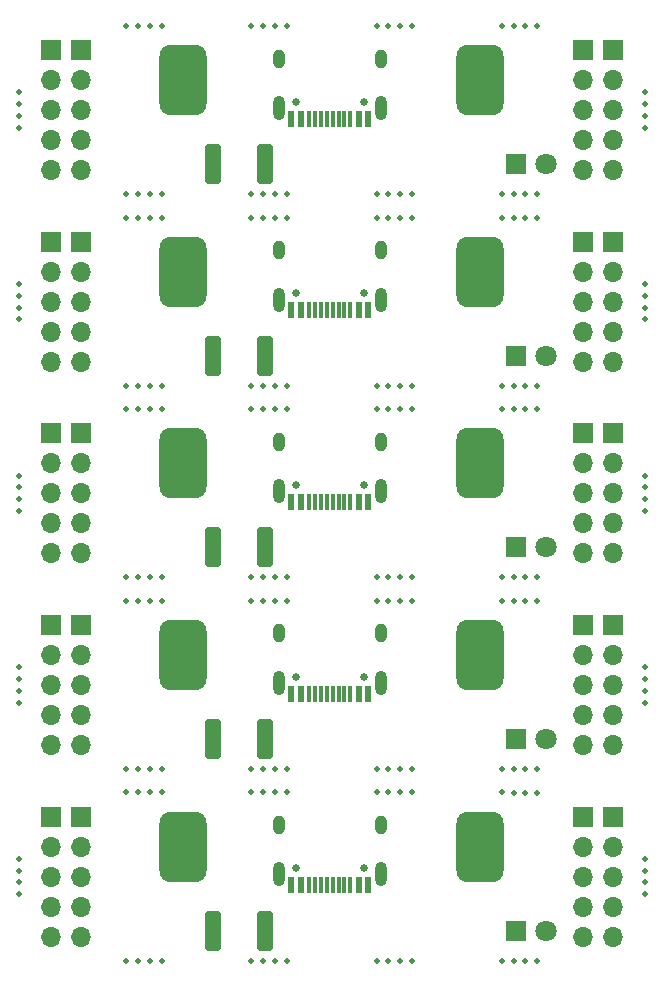
<source format=gbr>
%TF.GenerationSoftware,KiCad,Pcbnew,6.0.5-a6ca702e91~116~ubuntu22.04.1*%
%TF.CreationDate,2022-06-10T16:35:41-05:00*%
%TF.ProjectId,panel,70616e65-6c2e-46b6-9963-61645f706362,rev?*%
%TF.SameCoordinates,Original*%
%TF.FileFunction,Soldermask,Top*%
%TF.FilePolarity,Negative*%
%FSLAX46Y46*%
G04 Gerber Fmt 4.6, Leading zero omitted, Abs format (unit mm)*
G04 Created by KiCad (PCBNEW 6.0.5-a6ca702e91~116~ubuntu22.04.1) date 2022-06-10 16:35:41*
%MOMM*%
%LPD*%
G01*
G04 APERTURE LIST*
G04 Aperture macros list*
%AMRoundRect*
0 Rectangle with rounded corners*
0 $1 Rounding radius*
0 $2 $3 $4 $5 $6 $7 $8 $9 X,Y pos of 4 corners*
0 Add a 4 corners polygon primitive as box body*
4,1,4,$2,$3,$4,$5,$6,$7,$8,$9,$2,$3,0*
0 Add four circle primitives for the rounded corners*
1,1,$1+$1,$2,$3*
1,1,$1+$1,$4,$5*
1,1,$1+$1,$6,$7*
1,1,$1+$1,$8,$9*
0 Add four rect primitives between the rounded corners*
20,1,$1+$1,$2,$3,$4,$5,0*
20,1,$1+$1,$4,$5,$6,$7,0*
20,1,$1+$1,$6,$7,$8,$9,0*
20,1,$1+$1,$8,$9,$2,$3,0*%
G04 Aperture macros list end*
%ADD10RoundRect,1.000000X-1.000000X-2.000000X1.000000X-2.000000X1.000000X2.000000X-1.000000X2.000000X0*%
%ADD11C,0.500000*%
%ADD12R,1.700000X1.700000*%
%ADD13O,1.700000X1.700000*%
%ADD14R,1.800000X1.800000*%
%ADD15C,1.800000*%
%ADD16C,0.650000*%
%ADD17R,0.600000X1.450000*%
%ADD18R,0.300000X1.450000*%
%ADD19O,1.000000X1.600000*%
%ADD20O,1.000000X2.100000*%
%ADD21RoundRect,0.250000X0.400000X1.450000X-0.400000X1.450000X-0.400000X-1.450000X0.400000X-1.450000X0*%
G04 APERTURE END LIST*
D10*
%TO.C,J7*%
X57022328Y-22572000D03*
%TD*%
D11*
%TO.C,REF\u002A\u002A*%
X50300196Y-34223238D03*
%TD*%
%TO.C,REF\u002A\u002A*%
X61900262Y-50448576D03*
%TD*%
%TO.C,REF\u002A\u002A*%
X60900262Y-64672000D03*
%TD*%
%TO.C,REF\u002A\u002A*%
X28100065Y-64672000D03*
%TD*%
%TO.C,REF\u002A\u002A*%
X49300196Y-18000802D03*
%TD*%
%TO.C,REF\u002A\u002A*%
X40700131Y-32223152D03*
%TD*%
%TO.C,REF\u002A\u002A*%
X38700131Y-34222765D03*
%TD*%
%TO.C,REF\u002A\u002A*%
X51300196Y-80893440D03*
%TD*%
%TO.C,REF\u002A\u002A*%
X51300196Y-66672000D03*
%TD*%
%TO.C,REF\u002A\u002A*%
X18000115Y-26612000D03*
%TD*%
%TO.C,REF\u002A\u002A*%
X40700131Y-64672000D03*
%TD*%
%TO.C,REF\u002A\u002A*%
X50300196Y-64672000D03*
%TD*%
%TO.C,REF\u002A\u002A*%
X59900262Y-97121630D03*
%TD*%
%TO.C,REF\u002A\u002A*%
X61900262Y-82895423D03*
%TD*%
%TO.C,REF\u002A\u002A*%
X28100065Y-48448666D03*
%TD*%
D12*
%TO.C,J5*%
X68300328Y-68704000D03*
D13*
X68300328Y-71244000D03*
X68300328Y-73784000D03*
X68300328Y-76324000D03*
X68300328Y-78864000D03*
%TD*%
D10*
%TO.C,J7*%
X57022328Y-71244000D03*
%TD*%
D14*
%TO.C,D1*%
X60070328Y-62132000D03*
D15*
X62610328Y-62132000D03*
%TD*%
D11*
%TO.C,REF\u002A\u002A*%
X48300196Y-97121157D03*
%TD*%
D10*
%TO.C,J6*%
X31876328Y-71244000D03*
%TD*%
D11*
%TO.C,REF\u002A\u002A*%
X60900262Y-80892657D03*
%TD*%
%TO.C,REF\u002A\u002A*%
X50300196Y-80893522D03*
%TD*%
D12*
%TO.C,J5*%
X68300328Y-20032000D03*
D13*
X68300328Y-22572000D03*
X68300328Y-25112000D03*
X68300328Y-27652000D03*
X68300328Y-30192000D03*
%TD*%
D11*
%TO.C,REF\u002A\u002A*%
X71000180Y-41837000D03*
%TD*%
%TO.C,REF\u002A\u002A*%
X60900262Y-18000329D03*
%TD*%
%TO.C,REF\u002A\u002A*%
X28100065Y-18001667D03*
%TD*%
%TO.C,REF\u002A\u002A*%
X40700131Y-34222846D03*
%TD*%
%TO.C,REF\u002A\u002A*%
X61900262Y-48451424D03*
%TD*%
%TO.C,REF\u002A\u002A*%
X60900262Y-32222328D03*
%TD*%
%TO.C,REF\u002A\u002A*%
X50300196Y-48450477D03*
%TD*%
D10*
%TO.C,J6*%
X31876328Y-55020000D03*
%TD*%
D11*
%TO.C,REF\u002A\u002A*%
X71000212Y-75284000D03*
%TD*%
%TO.C,REF\u002A\u002A*%
X40700131Y-48449694D03*
%TD*%
%TO.C,REF\u002A\u002A*%
X27100065Y-50451415D03*
%TD*%
%TO.C,REF\u002A\u002A*%
X71000180Y-74284000D03*
%TD*%
%TO.C,REF\u002A\u002A*%
X30100065Y-64672000D03*
%TD*%
%TO.C,REF\u002A\u002A*%
X71000147Y-57060000D03*
%TD*%
%TO.C,REF\u002A\u002A*%
X60900262Y-82895341D03*
%TD*%
%TO.C,REF\u002A\u002A*%
X27100065Y-80895415D03*
%TD*%
%TO.C,REF\u002A\u002A*%
X51300196Y-48450559D03*
%TD*%
D16*
%TO.C,J1*%
X41432328Y-40634000D03*
X47212328Y-40634000D03*
D17*
X47572328Y-42079000D03*
X46772328Y-42079000D03*
D18*
X45572328Y-42079000D03*
X44572328Y-42079000D03*
X44072328Y-42079000D03*
X43072328Y-42079000D03*
D17*
X41872328Y-42079000D03*
X41072328Y-42079000D03*
X41072328Y-42079000D03*
X41872328Y-42079000D03*
D18*
X42572328Y-42079000D03*
X43572328Y-42079000D03*
X45072328Y-42079000D03*
X46072328Y-42079000D03*
D17*
X46772328Y-42079000D03*
X47572328Y-42079000D03*
D19*
X40002328Y-36984000D03*
D20*
X48642328Y-41164000D03*
D19*
X48642328Y-36984000D03*
D20*
X40002328Y-41164000D03*
%TD*%
D11*
%TO.C,REF\u002A\u002A*%
X71000147Y-24612000D03*
%TD*%
%TO.C,REF\u002A\u002A*%
X27100065Y-97120292D03*
%TD*%
%TO.C,REF\u002A\u002A*%
X71000212Y-91507000D03*
%TD*%
D12*
%TO.C,J4*%
X65760328Y-52480000D03*
D13*
X65760328Y-55020000D03*
X65760328Y-57560000D03*
X65760328Y-60100000D03*
X65760328Y-62640000D03*
%TD*%
D11*
%TO.C,REF\u002A\u002A*%
X30100065Y-18001585D03*
%TD*%
D12*
%TO.C,J3*%
X23240328Y-20032000D03*
D13*
X23240328Y-22572000D03*
X23240328Y-25112000D03*
X23240328Y-27652000D03*
X23240328Y-30192000D03*
%TD*%
D11*
%TO.C,REF\u002A\u002A*%
X18000212Y-56060000D03*
%TD*%
%TO.C,REF\u002A\u002A*%
X58900262Y-18000410D03*
%TD*%
%TO.C,REF\u002A\u002A*%
X48300196Y-66672000D03*
%TD*%
D12*
%TO.C,J4*%
X65760328Y-20032000D03*
D13*
X65760328Y-22572000D03*
X65760328Y-25112000D03*
X65760328Y-27652000D03*
X65760328Y-30192000D03*
%TD*%
D11*
%TO.C,REF\u002A\u002A*%
X61900262Y-97121712D03*
%TD*%
%TO.C,REF\u002A\u002A*%
X30100065Y-48448829D03*
%TD*%
%TO.C,REF\u002A\u002A*%
X49300196Y-64672000D03*
%TD*%
%TO.C,REF\u002A\u002A*%
X39700131Y-66672000D03*
%TD*%
%TO.C,REF\u002A\u002A*%
X50300196Y-82894476D03*
%TD*%
%TO.C,REF\u002A\u002A*%
X30100065Y-50451171D03*
%TD*%
%TO.C,REF\u002A\u002A*%
X51300196Y-82894558D03*
%TD*%
%TO.C,REF\u002A\u002A*%
X49300196Y-48450396D03*
%TD*%
%TO.C,REF\u002A\u002A*%
X27100065Y-64672000D03*
%TD*%
%TO.C,REF\u002A\u002A*%
X60900262Y-66672000D03*
%TD*%
%TO.C,REF\u002A\u002A*%
X37700131Y-82893448D03*
%TD*%
%TO.C,REF\u002A\u002A*%
X37700131Y-80894550D03*
%TD*%
%TO.C,REF\u002A\u002A*%
X49300196Y-50449604D03*
%TD*%
D10*
%TO.C,J6*%
X31876328Y-38796000D03*
%TD*%
D11*
%TO.C,REF\u002A\u002A*%
X71000115Y-72284000D03*
%TD*%
%TO.C,REF\u002A\u002A*%
X18000147Y-58060000D03*
%TD*%
%TO.C,REF\u002A\u002A*%
X59900262Y-64672000D03*
%TD*%
%TO.C,REF\u002A\u002A*%
X28100065Y-80895333D03*
%TD*%
D12*
%TO.C,J2*%
X20700328Y-84928000D03*
D13*
X20700328Y-87468000D03*
X20700328Y-90008000D03*
X20700328Y-92548000D03*
X20700328Y-95088000D03*
%TD*%
D11*
%TO.C,REF\u002A\u002A*%
X40700131Y-66672000D03*
%TD*%
D12*
%TO.C,J2*%
X20700328Y-52480000D03*
D13*
X20700328Y-55020000D03*
X20700328Y-57560000D03*
X20700328Y-60100000D03*
X20700328Y-62640000D03*
%TD*%
D10*
%TO.C,J7*%
X57022328Y-55020000D03*
%TD*%
D11*
%TO.C,REF\u002A\u002A*%
X50300196Y-66672000D03*
%TD*%
D12*
%TO.C,J5*%
X68300328Y-52480000D03*
D13*
X68300328Y-55020000D03*
X68300328Y-57560000D03*
X68300328Y-60100000D03*
X68300328Y-62640000D03*
%TD*%
D11*
%TO.C,REF\u002A\u002A*%
X27100065Y-66672000D03*
%TD*%
%TO.C,REF\u002A\u002A*%
X37700131Y-66672000D03*
%TD*%
%TO.C,REF\u002A\u002A*%
X48300196Y-64672000D03*
%TD*%
%TO.C,REF\u002A\u002A*%
X37700131Y-97120724D03*
%TD*%
%TO.C,REF\u002A\u002A*%
X59900262Y-32222369D03*
%TD*%
%TO.C,REF\u002A\u002A*%
X58900262Y-50448821D03*
%TD*%
%TO.C,REF\u002A\u002A*%
X39700131Y-34222806D03*
%TD*%
%TO.C,REF\u002A\u002A*%
X18000147Y-90507000D03*
%TD*%
%TO.C,REF\u002A\u002A*%
X28100065Y-66672000D03*
%TD*%
%TO.C,REF\u002A\u002A*%
X28100065Y-50451334D03*
%TD*%
%TO.C,REF\u002A\u002A*%
X39700131Y-32223193D03*
%TD*%
%TO.C,REF\u002A\u002A*%
X51300196Y-34223279D03*
%TD*%
D12*
%TO.C,J5*%
X68300328Y-84928000D03*
D13*
X68300328Y-87468000D03*
X68300328Y-90008000D03*
X68300328Y-92548000D03*
X68300328Y-95088000D03*
%TD*%
D11*
%TO.C,REF\u002A\u002A*%
X18000115Y-75284000D03*
%TD*%
D14*
%TO.C,D1*%
X60070328Y-78356000D03*
D15*
X62610328Y-78356000D03*
%TD*%
D11*
%TO.C,REF\u002A\u002A*%
X37700131Y-34222724D03*
%TD*%
%TO.C,REF\u002A\u002A*%
X28100065Y-32223666D03*
%TD*%
%TO.C,REF\u002A\u002A*%
X30100065Y-82892828D03*
%TD*%
%TO.C,REF\u002A\u002A*%
X71000180Y-58060000D03*
%TD*%
%TO.C,REF\u002A\u002A*%
X60900262Y-50448658D03*
%TD*%
D12*
%TO.C,J5*%
X68300328Y-36256000D03*
D13*
X68300328Y-38796000D03*
X68300328Y-41336000D03*
X68300328Y-43876000D03*
X68300328Y-46416000D03*
%TD*%
D21*
%TO.C,F1*%
X38866328Y-78356000D03*
X34416328Y-78356000D03*
%TD*%
D11*
%TO.C,REF\u002A\u002A*%
X58900262Y-82895178D03*
%TD*%
D21*
%TO.C,F1*%
X38866328Y-62132000D03*
X34416328Y-62132000D03*
%TD*%
D11*
%TO.C,REF\u002A\u002A*%
X40700131Y-50450306D03*
%TD*%
%TO.C,REF\u002A\u002A*%
X71000115Y-39837000D03*
%TD*%
%TO.C,REF\u002A\u002A*%
X30100065Y-32223585D03*
%TD*%
%TO.C,REF\u002A\u002A*%
X38700131Y-18001234D03*
%TD*%
D12*
%TO.C,J3*%
X23240328Y-68704000D03*
D13*
X23240328Y-71244000D03*
X23240328Y-73784000D03*
X23240328Y-76324000D03*
X23240328Y-78864000D03*
%TD*%
D11*
%TO.C,REF\u002A\u002A*%
X71000180Y-90507000D03*
%TD*%
D10*
%TO.C,J7*%
X57022328Y-38796000D03*
%TD*%
D11*
%TO.C,REF\u002A\u002A*%
X40700131Y-18001153D03*
%TD*%
%TO.C,REF\u002A\u002A*%
X28100065Y-82892665D03*
%TD*%
%TO.C,REF\u002A\u002A*%
X61900262Y-32222287D03*
%TD*%
%TO.C,REF\u002A\u002A*%
X27100065Y-82892584D03*
%TD*%
%TO.C,REF\u002A\u002A*%
X29100065Y-97120374D03*
%TD*%
%TO.C,REF\u002A\u002A*%
X18000147Y-74284000D03*
%TD*%
D12*
%TO.C,J4*%
X65760328Y-36256000D03*
D13*
X65760328Y-38796000D03*
X65760328Y-41336000D03*
X65760328Y-43876000D03*
X65760328Y-46416000D03*
%TD*%
D11*
%TO.C,REF\u002A\u002A*%
X71000180Y-25612000D03*
%TD*%
%TO.C,REF\u002A\u002A*%
X59900262Y-82895260D03*
%TD*%
%TO.C,REF\u002A\u002A*%
X28100065Y-97120333D03*
%TD*%
%TO.C,REF\u002A\u002A*%
X59900262Y-50448739D03*
%TD*%
D21*
%TO.C,F1*%
X38866328Y-45908000D03*
X34416328Y-45908000D03*
%TD*%
D12*
%TO.C,J3*%
X23240328Y-52480000D03*
D13*
X23240328Y-55020000D03*
X23240328Y-57560000D03*
X23240328Y-60100000D03*
X23240328Y-62640000D03*
%TD*%
D11*
%TO.C,REF\u002A\u002A*%
X18000115Y-59060000D03*
%TD*%
%TO.C,REF\u002A\u002A*%
X58900262Y-34223589D03*
%TD*%
%TO.C,REF\u002A\u002A*%
X37700131Y-64672000D03*
%TD*%
%TO.C,REF\u002A\u002A*%
X37700131Y-18001275D03*
%TD*%
%TO.C,REF\u002A\u002A*%
X71000115Y-56060000D03*
%TD*%
D16*
%TO.C,J1*%
X41432328Y-56858000D03*
X47212328Y-56858000D03*
D17*
X47572328Y-58303000D03*
X46772328Y-58303000D03*
D18*
X45572328Y-58303000D03*
X44572328Y-58303000D03*
X44072328Y-58303000D03*
X43072328Y-58303000D03*
D17*
X41872328Y-58303000D03*
X41072328Y-58303000D03*
X41072328Y-58303000D03*
X41872328Y-58303000D03*
D18*
X42572328Y-58303000D03*
X43572328Y-58303000D03*
X45072328Y-58303000D03*
X46072328Y-58303000D03*
D17*
X46772328Y-58303000D03*
X47572328Y-58303000D03*
D19*
X48642328Y-53208000D03*
D20*
X48642328Y-57388000D03*
D19*
X40002328Y-53208000D03*
D20*
X40002328Y-57388000D03*
%TD*%
D11*
%TO.C,REF\u002A\u002A*%
X29100065Y-18001626D03*
%TD*%
%TO.C,REF\u002A\u002A*%
X59900262Y-48451260D03*
%TD*%
%TO.C,REF\u002A\u002A*%
X29100065Y-32223625D03*
%TD*%
%TO.C,REF\u002A\u002A*%
X49300196Y-66672000D03*
%TD*%
%TO.C,REF\u002A\u002A*%
X30100065Y-80895170D03*
%TD*%
%TO.C,REF\u002A\u002A*%
X61900262Y-18000288D03*
%TD*%
D12*
%TO.C,J4*%
X65760328Y-68704000D03*
D13*
X65760328Y-71244000D03*
X65760328Y-73784000D03*
X65760328Y-76324000D03*
X65760328Y-78864000D03*
%TD*%
D11*
%TO.C,REF\u002A\u002A*%
X48300196Y-32222842D03*
%TD*%
%TO.C,REF\u002A\u002A*%
X18000147Y-25612000D03*
%TD*%
%TO.C,REF\u002A\u002A*%
X29100065Y-66672000D03*
%TD*%
%TO.C,REF\u002A\u002A*%
X51300196Y-32222720D03*
%TD*%
%TO.C,REF\u002A\u002A*%
X71000147Y-40837000D03*
%TD*%
%TO.C,REF\u002A\u002A*%
X29100065Y-48448748D03*
%TD*%
%TO.C,REF\u002A\u002A*%
X71000212Y-59060000D03*
%TD*%
%TO.C,REF\u002A\u002A*%
X38700131Y-80894468D03*
%TD*%
%TO.C,REF\u002A\u002A*%
X18000115Y-91507000D03*
%TD*%
%TO.C,REF\u002A\u002A*%
X40700131Y-80894305D03*
%TD*%
%TO.C,REF\u002A\u002A*%
X39700131Y-82893612D03*
%TD*%
%TO.C,REF\u002A\u002A*%
X37700131Y-32223275D03*
%TD*%
%TO.C,REF\u002A\u002A*%
X37700131Y-50450551D03*
%TD*%
%TO.C,REF\u002A\u002A*%
X29100065Y-64672000D03*
%TD*%
%TO.C,REF\u002A\u002A*%
X49300196Y-32222801D03*
%TD*%
%TO.C,REF\u002A\u002A*%
X40700131Y-97120847D03*
%TD*%
%TO.C,REF\u002A\u002A*%
X27100065Y-34222292D03*
%TD*%
%TO.C,REF\u002A\u002A*%
X38700131Y-97120765D03*
%TD*%
%TO.C,REF\u002A\u002A*%
X39700131Y-50450387D03*
%TD*%
%TO.C,REF\u002A\u002A*%
X37700131Y-48449449D03*
%TD*%
%TO.C,REF\u002A\u002A*%
X58900262Y-48451179D03*
%TD*%
%TO.C,REF\u002A\u002A*%
X59900262Y-66672000D03*
%TD*%
%TO.C,REF\u002A\u002A*%
X60900262Y-48451342D03*
%TD*%
%TO.C,REF\u002A\u002A*%
X50300196Y-18000761D03*
%TD*%
D10*
%TO.C,J6*%
X31876328Y-22572000D03*
%TD*%
D11*
%TO.C,REF\u002A\u002A*%
X49300196Y-80893603D03*
%TD*%
%TO.C,REF\u002A\u002A*%
X48300196Y-18000843D03*
%TD*%
%TO.C,REF\u002A\u002A*%
X39700131Y-18001193D03*
%TD*%
%TO.C,REF\u002A\u002A*%
X59900262Y-34223630D03*
%TD*%
%TO.C,REF\u002A\u002A*%
X61900262Y-34223711D03*
%TD*%
%TO.C,REF\u002A\u002A*%
X58900262Y-32222410D03*
%TD*%
%TO.C,REF\u002A\u002A*%
X59900262Y-80892739D03*
%TD*%
%TO.C,REF\u002A\u002A*%
X48300196Y-80893685D03*
%TD*%
%TO.C,REF\u002A\u002A*%
X49300196Y-82894395D03*
%TD*%
%TO.C,REF\u002A\u002A*%
X51300196Y-97121279D03*
%TD*%
%TO.C,REF\u002A\u002A*%
X39700131Y-97120806D03*
%TD*%
%TO.C,REF\u002A\u002A*%
X27100065Y-48448584D03*
%TD*%
%TO.C,REF\u002A\u002A*%
X27100065Y-18001707D03*
%TD*%
%TO.C,REF\u002A\u002A*%
X50300196Y-32222761D03*
%TD*%
%TO.C,REF\u002A\u002A*%
X18000147Y-41837000D03*
%TD*%
%TO.C,REF\u002A\u002A*%
X18000179Y-24612000D03*
%TD*%
%TO.C,REF\u002A\u002A*%
X18000179Y-40837000D03*
%TD*%
D12*
%TO.C,J2*%
X20700328Y-68704000D03*
D13*
X20700328Y-71244000D03*
X20700328Y-73784000D03*
X20700328Y-76324000D03*
X20700328Y-78864000D03*
%TD*%
D11*
%TO.C,REF\u002A\u002A*%
X51300196Y-18000720D03*
%TD*%
%TO.C,REF\u002A\u002A*%
X71000147Y-89507000D03*
%TD*%
%TO.C,REF\u002A\u002A*%
X18000179Y-73284000D03*
%TD*%
%TO.C,REF\u002A\u002A*%
X71000147Y-73284000D03*
%TD*%
%TO.C,REF\u002A\u002A*%
X38700131Y-66672000D03*
%TD*%
%TO.C,REF\u002A\u002A*%
X28100065Y-34222332D03*
%TD*%
%TO.C,REF\u002A\u002A*%
X50300196Y-50449523D03*
%TD*%
%TO.C,REF\u002A\u002A*%
X38700131Y-32223234D03*
%TD*%
%TO.C,REF\u002A\u002A*%
X58900262Y-80892820D03*
%TD*%
D12*
%TO.C,J2*%
X20700328Y-20032000D03*
D13*
X20700328Y-22572000D03*
X20700328Y-25112000D03*
X20700328Y-27652000D03*
X20700328Y-30192000D03*
%TD*%
D11*
%TO.C,REF\u002A\u002A*%
X71000115Y-88507000D03*
%TD*%
%TO.C,REF\u002A\u002A*%
X39700131Y-80894387D03*
%TD*%
D16*
%TO.C,J1*%
X47212328Y-24410000D03*
X41432328Y-24410000D03*
D17*
X47572328Y-25855000D03*
X46772328Y-25855000D03*
D18*
X45572328Y-25855000D03*
X44572328Y-25855000D03*
X44072328Y-25855000D03*
X43072328Y-25855000D03*
D17*
X41872328Y-25855000D03*
X41072328Y-25855000D03*
X41072328Y-25855000D03*
X41872328Y-25855000D03*
D18*
X42572328Y-25855000D03*
X43572328Y-25855000D03*
X45072328Y-25855000D03*
X46072328Y-25855000D03*
D17*
X46772328Y-25855000D03*
X47572328Y-25855000D03*
D19*
X40002328Y-20760000D03*
X48642328Y-20760000D03*
D20*
X40002328Y-24940000D03*
X48642328Y-24940000D03*
%TD*%
D12*
%TO.C,J3*%
X23240328Y-84928000D03*
D13*
X23240328Y-87468000D03*
X23240328Y-90008000D03*
X23240328Y-92548000D03*
X23240328Y-95088000D03*
%TD*%
D12*
%TO.C,J2*%
X20700328Y-36256000D03*
D13*
X20700328Y-38796000D03*
X20700328Y-41336000D03*
X20700328Y-43876000D03*
X20700328Y-46416000D03*
%TD*%
D10*
%TO.C,J7*%
X57022328Y-87468000D03*
%TD*%
D11*
%TO.C,REF\u002A\u002A*%
X71000212Y-26612000D03*
%TD*%
%TO.C,REF\u002A\u002A*%
X40700131Y-82893693D03*
%TD*%
%TO.C,REF\u002A\u002A*%
X51300196Y-50449441D03*
%TD*%
%TO.C,REF\u002A\u002A*%
X30100065Y-66672000D03*
%TD*%
%TO.C,REF\u002A\u002A*%
X61900262Y-64672000D03*
%TD*%
%TO.C,REF\u002A\u002A*%
X58900262Y-97121589D03*
%TD*%
%TO.C,REF\u002A\u002A*%
X29100065Y-34222373D03*
%TD*%
%TO.C,REF\u002A\u002A*%
X49300196Y-97121198D03*
%TD*%
%TO.C,REF\u002A\u002A*%
X38700131Y-50450469D03*
%TD*%
%TO.C,REF\u002A\u002A*%
X27100065Y-32223707D03*
%TD*%
%TO.C,REF\u002A\u002A*%
X49300196Y-34223197D03*
%TD*%
%TO.C,REF\u002A\u002A*%
X38700131Y-82893530D03*
%TD*%
%TO.C,REF\u002A\u002A*%
X48300196Y-34223156D03*
%TD*%
D12*
%TO.C,J4*%
X65760328Y-84928000D03*
D13*
X65760328Y-87468000D03*
X65760328Y-90008000D03*
X65760328Y-92548000D03*
X65760328Y-95088000D03*
%TD*%
D16*
%TO.C,J1*%
X47212328Y-73082000D03*
X41432328Y-73082000D03*
D17*
X47572328Y-74527000D03*
X46772328Y-74527000D03*
D18*
X45572328Y-74527000D03*
X44572328Y-74527000D03*
X44072328Y-74527000D03*
X43072328Y-74527000D03*
D17*
X41872328Y-74527000D03*
X41072328Y-74527000D03*
X41072328Y-74527000D03*
X41872328Y-74527000D03*
D18*
X42572328Y-74527000D03*
X43572328Y-74527000D03*
X45072328Y-74527000D03*
X46072328Y-74527000D03*
D17*
X46772328Y-74527000D03*
X47572328Y-74527000D03*
D19*
X40002328Y-69432000D03*
D20*
X40002328Y-73612000D03*
D19*
X48642328Y-69432000D03*
D20*
X48642328Y-73612000D03*
%TD*%
D11*
%TO.C,REF\u002A\u002A*%
X48300196Y-50449686D03*
%TD*%
%TO.C,REF\u002A\u002A*%
X60900262Y-34223670D03*
%TD*%
%TO.C,REF\u002A\u002A*%
X30100065Y-97120414D03*
%TD*%
%TO.C,REF\u002A\u002A*%
X18000212Y-23612000D03*
%TD*%
%TO.C,REF\u002A\u002A*%
X51300196Y-64672000D03*
%TD*%
%TO.C,REF\u002A\u002A*%
X29100065Y-80895251D03*
%TD*%
%TO.C,REF\u002A\u002A*%
X61900262Y-66672000D03*
%TD*%
%TO.C,REF\u002A\u002A*%
X50300196Y-97121238D03*
%TD*%
%TO.C,REF\u002A\u002A*%
X30100065Y-34222414D03*
%TD*%
%TO.C,REF\u002A\u002A*%
X38700131Y-64672000D03*
%TD*%
D14*
%TO.C,D1*%
X60070328Y-94580000D03*
D15*
X62610328Y-94580000D03*
%TD*%
D11*
%TO.C,REF\u002A\u002A*%
X29100065Y-50451252D03*
%TD*%
%TO.C,REF\u002A\u002A*%
X61900262Y-80892575D03*
%TD*%
D14*
%TO.C,D1*%
X60070328Y-29684000D03*
D15*
X62610328Y-29684000D03*
%TD*%
D16*
%TO.C,J1*%
X41432328Y-89306000D03*
X47212328Y-89306000D03*
D17*
X47572328Y-90751000D03*
X46772328Y-90751000D03*
D18*
X45572328Y-90751000D03*
X44572328Y-90751000D03*
X44072328Y-90751000D03*
X43072328Y-90751000D03*
D17*
X41872328Y-90751000D03*
X41072328Y-90751000D03*
X41072328Y-90751000D03*
X41872328Y-90751000D03*
D18*
X42572328Y-90751000D03*
X43572328Y-90751000D03*
X45072328Y-90751000D03*
X46072328Y-90751000D03*
D17*
X46772328Y-90751000D03*
X47572328Y-90751000D03*
D20*
X40002328Y-89836000D03*
D19*
X48642328Y-85656000D03*
D20*
X48642328Y-89836000D03*
D19*
X40002328Y-85656000D03*
%TD*%
D11*
%TO.C,REF\u002A\u002A*%
X58900262Y-66672000D03*
%TD*%
%TO.C,REF\u002A\u002A*%
X18000115Y-42837000D03*
%TD*%
D21*
%TO.C,F1*%
X38866328Y-94580000D03*
X34416328Y-94580000D03*
%TD*%
D11*
%TO.C,REF\u002A\u002A*%
X18000212Y-88507000D03*
%TD*%
%TO.C,REF\u002A\u002A*%
X39700131Y-64672000D03*
%TD*%
%TO.C,REF\u002A\u002A*%
X38700131Y-48449531D03*
%TD*%
%TO.C,REF\u002A\u002A*%
X59900262Y-18000369D03*
%TD*%
%TO.C,REF\u002A\u002A*%
X29100065Y-82892747D03*
%TD*%
%TO.C,REF\u002A\u002A*%
X18000212Y-72284000D03*
%TD*%
%TO.C,REF\u002A\u002A*%
X71000212Y-42837000D03*
%TD*%
%TO.C,REF\u002A\u002A*%
X18000212Y-39837000D03*
%TD*%
D14*
%TO.C,D1*%
X60070328Y-45908000D03*
D15*
X62610328Y-45908000D03*
%TD*%
D11*
%TO.C,REF\u002A\u002A*%
X60900262Y-97121671D03*
%TD*%
%TO.C,REF\u002A\u002A*%
X18000180Y-89507000D03*
%TD*%
%TO.C,REF\u002A\u002A*%
X71000115Y-23612000D03*
%TD*%
%TO.C,REF\u002A\u002A*%
X48300196Y-82894313D03*
%TD*%
%TO.C,REF\u002A\u002A*%
X48300196Y-48450314D03*
%TD*%
D12*
%TO.C,J3*%
X23240328Y-36256000D03*
D13*
X23240328Y-38796000D03*
X23240328Y-41336000D03*
X23240328Y-43876000D03*
X23240328Y-46416000D03*
%TD*%
D11*
%TO.C,REF\u002A\u002A*%
X39700131Y-48449612D03*
%TD*%
D10*
%TO.C,J6*%
X31876328Y-87468000D03*
%TD*%
D11*
%TO.C,REF\u002A\u002A*%
X18000180Y-57060000D03*
%TD*%
%TO.C,REF\u002A\u002A*%
X58900262Y-64672000D03*
%TD*%
D21*
%TO.C,F1*%
X38866328Y-29684000D03*
X34416328Y-29684000D03*
%TD*%
M02*

</source>
